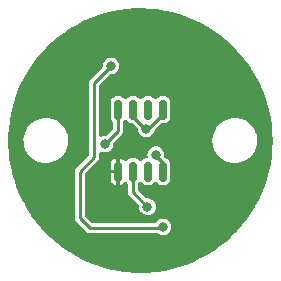
<source format=gbr>
%TF.GenerationSoftware,KiCad,Pcbnew,(5.99.0-11535-gf6cac49802)*%
%TF.CreationDate,2021-07-27T22:48:24-05:00*%
%TF.ProjectId,MT6816CT encoder breakout,4d543638-3136-4435-9420-656e636f6465,rev?*%
%TF.SameCoordinates,Original*%
%TF.FileFunction,Copper,L2,Bot*%
%TF.FilePolarity,Positive*%
%FSLAX46Y46*%
G04 Gerber Fmt 4.6, Leading zero omitted, Abs format (unit mm)*
G04 Created by KiCad (PCBNEW (5.99.0-11535-gf6cac49802)) date 2021-07-27 22:48:24*
%MOMM*%
%LPD*%
G01*
G04 APERTURE LIST*
G04 Aperture macros list*
%AMRoundRect*
0 Rectangle with rounded corners*
0 $1 Rounding radius*
0 $2 $3 $4 $5 $6 $7 $8 $9 X,Y pos of 4 corners*
0 Add a 4 corners polygon primitive as box body*
4,1,4,$2,$3,$4,$5,$6,$7,$8,$9,$2,$3,0*
0 Add four circle primitives for the rounded corners*
1,1,$1+$1,$2,$3*
1,1,$1+$1,$4,$5*
1,1,$1+$1,$6,$7*
1,1,$1+$1,$8,$9*
0 Add four rect primitives between the rounded corners*
20,1,$1+$1,$2,$3,$4,$5,0*
20,1,$1+$1,$4,$5,$6,$7,0*
20,1,$1+$1,$6,$7,$8,$9,0*
20,1,$1+$1,$8,$9,$2,$3,0*%
G04 Aperture macros list end*
%TA.AperFunction,SMDPad,CuDef*%
%ADD10RoundRect,0.150000X-0.150000X0.675000X-0.150000X-0.675000X0.150000X-0.675000X0.150000X0.675000X0*%
%TD*%
%TA.AperFunction,ViaPad*%
%ADD11C,0.800000*%
%TD*%
%TA.AperFunction,Conductor*%
%ADD12C,0.250000*%
%TD*%
G04 APERTURE END LIST*
D10*
%TO.P,U2,8,GND*%
%TO.N,GND*%
X136595000Y-85625000D03*
%TO.P,U2,7,SCK/Z/W*%
%TO.N,/H1{slash}SCK*%
X137865000Y-85625000D03*
%TO.P,U2,6,MISO/B/V*%
%TO.N,unconnected-(U2-Pad6)*%
X139135000Y-85625000D03*
%TO.P,U2,5,MOSI/SDAT/A/U*%
%TO.N,/SDAT_R*%
X140405000Y-85625000D03*
%TO.P,U2,4,VDD*%
%TO.N,+5V*%
X140405000Y-80375000D03*
%TO.P,U2,3,PWM_OUT*%
%TO.N,unconnected-(U2-Pad3)*%
X139135000Y-80375000D03*
%TO.P,U2,2,HVPP/SPI_EN*%
%TO.N,+5V*%
X137865000Y-80375000D03*
%TO.P,U2,1,CSN*%
%TO.N,/H3{slash}CS*%
X136595000Y-80375000D03*
%TD*%
D11*
%TO.N,/SDAT_R*%
X139800000Y-84200000D03*
%TO.N,/H1{slash}SCK*%
X139100000Y-88600000D03*
%TO.N,/Temp*%
X136000000Y-76700000D03*
%TO.N,+5V*%
X139000000Y-82000000D03*
%TO.N,GND*%
X136500000Y-84000000D03*
%TO.N,/H3{slash}CS*%
X135500000Y-83300000D03*
%TO.N,GND*%
X141000000Y-84100000D03*
X134700000Y-85600000D03*
%TO.N,/Temp*%
X140400000Y-90300000D03*
%TD*%
D12*
%TO.N,/Temp*%
X134200000Y-90400000D02*
X140300000Y-90400000D01*
X133375000Y-89575000D02*
X134200000Y-90400000D01*
X134600000Y-78100000D02*
X134600000Y-84400000D01*
X133375000Y-85625000D02*
X133375000Y-89575000D01*
X136000000Y-76700000D02*
X134600000Y-78100000D01*
X134600000Y-84400000D02*
X133375000Y-85625000D01*
X140300000Y-90400000D02*
X140400000Y-90300000D01*
%TO.N,/H1{slash}SCK*%
X137865000Y-87365000D02*
X139100000Y-88600000D01*
X137865000Y-85625000D02*
X137865000Y-87365000D01*
%TO.N,GND*%
X141000000Y-83700000D02*
X141000000Y-84100000D01*
X138500000Y-84000000D02*
X139200000Y-83300000D01*
X140600000Y-83300000D02*
X141000000Y-83700000D01*
X136500000Y-84000000D02*
X138500000Y-84000000D01*
X139200000Y-83300000D02*
X140600000Y-83300000D01*
%TO.N,/SDAT_R*%
X140405000Y-84905000D02*
X139800000Y-84300000D01*
X140405000Y-85625000D02*
X140405000Y-84905000D01*
X139800000Y-84300000D02*
X139800000Y-84200000D01*
%TO.N,GND*%
X136570000Y-85600000D02*
X136595000Y-85625000D01*
X134700000Y-85600000D02*
X136570000Y-85600000D01*
%TO.N,/H3{slash}CS*%
X136595000Y-80375000D02*
X136595000Y-82205000D01*
X136595000Y-82205000D02*
X135500000Y-83300000D01*
%TO.N,+5V*%
X137865000Y-80965000D02*
X138900000Y-82000000D01*
X138900000Y-82000000D02*
X139000000Y-82000000D01*
X137865000Y-80375000D02*
X137865000Y-80965000D01*
X139152500Y-82000000D02*
X139000000Y-82000000D01*
X140405000Y-80747500D02*
X139152500Y-82000000D01*
X140405000Y-80375000D02*
X140405000Y-80747500D01*
%TO.N,GND*%
X136595000Y-84095000D02*
X136500000Y-84000000D01*
X136595000Y-85625000D02*
X136595000Y-84095000D01*
%TD*%
%TA.AperFunction,Conductor*%
%TO.N,GND*%
G36*
X138679531Y-71801543D02*
G01*
X139316640Y-71829916D01*
X139323866Y-71830447D01*
X139958287Y-71895449D01*
X139965468Y-71896394D01*
X140220218Y-71937426D01*
X140595093Y-71997807D01*
X140602220Y-71999167D01*
X141224946Y-72136651D01*
X141231983Y-72138419D01*
X141641156Y-72253817D01*
X141845770Y-72311525D01*
X141852676Y-72313689D01*
X142420842Y-72509879D01*
X142455478Y-72521839D01*
X142462265Y-72524403D01*
X143052101Y-72766914D01*
X143058729Y-72769866D01*
X143633611Y-73045920D01*
X143640042Y-73049239D01*
X144198098Y-73357937D01*
X144204302Y-73361606D01*
X144743690Y-73701935D01*
X144749695Y-73705970D01*
X145268554Y-74076753D01*
X145274334Y-74081140D01*
X145771002Y-74481185D01*
X145776519Y-74485898D01*
X146249303Y-74913840D01*
X146254541Y-74918862D01*
X146701934Y-75373340D01*
X146706873Y-75378655D01*
X147127357Y-75858125D01*
X147131982Y-75863716D01*
X147307832Y-76089198D01*
X147524132Y-76366547D01*
X147524163Y-76366587D01*
X147528453Y-76372427D01*
X147891059Y-76897076D01*
X147894991Y-76903130D01*
X148058465Y-77171470D01*
X148226782Y-77447759D01*
X148230377Y-77454061D01*
X148521463Y-78000362D01*
X148530270Y-78016891D01*
X148533491Y-78023380D01*
X148692576Y-78368463D01*
X148800480Y-78602524D01*
X148803323Y-78609188D01*
X148957346Y-79001201D01*
X149036537Y-79202755D01*
X149038995Y-79209582D01*
X149237649Y-79815575D01*
X149239710Y-79822532D01*
X149403154Y-80438963D01*
X149404811Y-80446028D01*
X149532499Y-81070847D01*
X149533746Y-81077995D01*
X149625254Y-81709112D01*
X149626088Y-81716320D01*
X149681114Y-82351662D01*
X149681532Y-82358906D01*
X149699943Y-82998015D01*
X149699995Y-83001975D01*
X149699851Y-83056681D01*
X149699778Y-83060636D01*
X149678022Y-83699633D01*
X149677566Y-83706875D01*
X149619215Y-84341905D01*
X149618344Y-84349109D01*
X149523530Y-84979762D01*
X149522245Y-84986903D01*
X149391288Y-85611036D01*
X149389594Y-85618092D01*
X149222927Y-86233651D01*
X149220830Y-86240597D01*
X149019002Y-86845553D01*
X149016508Y-86852367D01*
X148781339Y-87441824D01*
X148780195Y-87444691D01*
X148777325Y-87451323D01*
X148507293Y-88029092D01*
X148504042Y-88035557D01*
X148239554Y-88525740D01*
X148201209Y-88596805D01*
X148197581Y-88603089D01*
X147862941Y-89145975D01*
X147858957Y-89152039D01*
X147493641Y-89674735D01*
X147489315Y-89680561D01*
X147094496Y-90181387D01*
X147089842Y-90186952D01*
X146666845Y-90664225D01*
X146661895Y-90669495D01*
X146518670Y-90813472D01*
X146212136Y-91121614D01*
X146206873Y-91126609D01*
X145731826Y-91552098D01*
X145726291Y-91556775D01*
X145227546Y-91954206D01*
X145221743Y-91958563D01*
X144700949Y-92326623D01*
X144694906Y-92330638D01*
X144153789Y-92668109D01*
X144147524Y-92671770D01*
X143587871Y-92977537D01*
X143581413Y-92980827D01*
X143005082Y-93253873D01*
X142998466Y-93256777D01*
X142514136Y-93452951D01*
X142407367Y-93496197D01*
X142400575Y-93498723D01*
X141796674Y-93703720D01*
X141789775Y-93705843D01*
X141175064Y-93875740D01*
X141168040Y-93877465D01*
X140544582Y-94011692D01*
X140537449Y-94013014D01*
X139907302Y-94111129D01*
X139900120Y-94112036D01*
X139504875Y-94150442D01*
X139265392Y-94173712D01*
X139258153Y-94174206D01*
X138620911Y-94199243D01*
X138613655Y-94199319D01*
X137976034Y-94187633D01*
X137968786Y-94187291D01*
X137502516Y-94151823D01*
X137332901Y-94138920D01*
X137325698Y-94138164D01*
X137124414Y-94111128D01*
X136693629Y-94053266D01*
X136686468Y-94052093D01*
X136260937Y-93969764D01*
X136060348Y-93930955D01*
X136053282Y-93929376D01*
X135435167Y-93772394D01*
X135428205Y-93770411D01*
X134820153Y-93578109D01*
X134813304Y-93575724D01*
X134662602Y-93518327D01*
X134217336Y-93348742D01*
X134210632Y-93345965D01*
X133628726Y-93085056D01*
X133622193Y-93081898D01*
X133056252Y-92787915D01*
X133049932Y-92784398D01*
X132501855Y-92458326D01*
X132495729Y-92454438D01*
X132215086Y-92264786D01*
X131967347Y-92097370D01*
X131961459Y-92093139D01*
X131782378Y-91956468D01*
X131454497Y-91706237D01*
X131448862Y-91701674D01*
X130965010Y-91286229D01*
X130959643Y-91281345D01*
X130551348Y-90887747D01*
X130500519Y-90838748D01*
X130495446Y-90833568D01*
X130485155Y-90822435D01*
X130062545Y-90365258D01*
X130057783Y-90359800D01*
X129652562Y-89867351D01*
X129648123Y-89861628D01*
X129271929Y-89346680D01*
X129267819Y-89340701D01*
X128921888Y-88804951D01*
X128918129Y-88798744D01*
X128892528Y-88753586D01*
X128603606Y-88243955D01*
X128600216Y-88237552D01*
X128500605Y-88035559D01*
X128415165Y-87862304D01*
X128318159Y-87665595D01*
X128315139Y-87658998D01*
X128066473Y-87071756D01*
X128063837Y-87064995D01*
X127986709Y-86848989D01*
X127849391Y-86464419D01*
X127847150Y-86457523D01*
X127667621Y-85845564D01*
X127665780Y-85838546D01*
X127600662Y-85557607D01*
X132949500Y-85557607D01*
X132949500Y-89642393D01*
X132956914Y-89665210D01*
X132961528Y-89684429D01*
X132965281Y-89708126D01*
X132969784Y-89716963D01*
X132969784Y-89716964D01*
X132976172Y-89729502D01*
X132983736Y-89747763D01*
X132988085Y-89761147D01*
X132988087Y-89761150D01*
X132991151Y-89770581D01*
X132996980Y-89778604D01*
X133005253Y-89789991D01*
X133015577Y-89806837D01*
X133026472Y-89828220D01*
X133050446Y-89852194D01*
X133851471Y-90653218D01*
X133851472Y-90653220D01*
X133946780Y-90748528D01*
X133968159Y-90759421D01*
X133985012Y-90769749D01*
X133995865Y-90777634D01*
X134004419Y-90783849D01*
X134013850Y-90786913D01*
X134013851Y-90786914D01*
X134027237Y-90791264D01*
X134045498Y-90798828D01*
X134058036Y-90805216D01*
X134066874Y-90809719D01*
X134090571Y-90813472D01*
X134109790Y-90818086D01*
X134132607Y-90825500D01*
X139887878Y-90825500D01*
X139955999Y-90845502D01*
X139972670Y-90858300D01*
X139991233Y-90875191D01*
X140020643Y-90891159D01*
X140133558Y-90952467D01*
X140133560Y-90952468D01*
X140140235Y-90956092D01*
X140147584Y-90958020D01*
X140296883Y-90997188D01*
X140296885Y-90997188D01*
X140304233Y-90999116D01*
X140390609Y-91000473D01*
X140466161Y-91001660D01*
X140466164Y-91001660D01*
X140473760Y-91001779D01*
X140481165Y-91000083D01*
X140481166Y-91000083D01*
X140541586Y-90986245D01*
X140639029Y-90963928D01*
X140790498Y-90887747D01*
X140899879Y-90794326D01*
X140913651Y-90782564D01*
X140913652Y-90782563D01*
X140919423Y-90777634D01*
X141018361Y-90639947D01*
X141081601Y-90482634D01*
X141105490Y-90314778D01*
X141105645Y-90300000D01*
X141085276Y-90131680D01*
X141025345Y-89973077D01*
X140929312Y-89833349D01*
X140923641Y-89828296D01*
X140808392Y-89725612D01*
X140808388Y-89725610D01*
X140802721Y-89720560D01*
X140795930Y-89716964D01*
X140715989Y-89674638D01*
X140652881Y-89641224D01*
X140488441Y-89599919D01*
X140480843Y-89599879D01*
X140480841Y-89599879D01*
X140403668Y-89599475D01*
X140318895Y-89599031D01*
X140311508Y-89600805D01*
X140311504Y-89600805D01*
X140179598Y-89632474D01*
X140154032Y-89638612D01*
X140147288Y-89642093D01*
X140147285Y-89642094D01*
X140019351Y-89708126D01*
X140003369Y-89716375D01*
X139875604Y-89827831D01*
X139851851Y-89861628D01*
X139810158Y-89920951D01*
X139754623Y-89965182D01*
X139707071Y-89974500D01*
X134428438Y-89974500D01*
X134360317Y-89954498D01*
X134339342Y-89937595D01*
X133837404Y-89435656D01*
X133803379Y-89373344D01*
X133800500Y-89346561D01*
X133800500Y-85853438D01*
X133819553Y-85788548D01*
X135995001Y-85788548D01*
X135995001Y-86350804D01*
X135995280Y-86356725D01*
X135997256Y-86377631D01*
X136000521Y-86392516D01*
X136039694Y-86504064D01*
X136048406Y-86520520D01*
X136117616Y-86614221D01*
X136130779Y-86627384D01*
X136224480Y-86696594D01*
X136240936Y-86705306D01*
X136352479Y-86744477D01*
X136367373Y-86747745D01*
X136388281Y-86749721D01*
X136394192Y-86750000D01*
X136426885Y-86750000D01*
X136442124Y-86745525D01*
X136443329Y-86744135D01*
X136445000Y-86736452D01*
X136445000Y-85793115D01*
X136440525Y-85777876D01*
X136439135Y-85776671D01*
X136431452Y-85775000D01*
X136013116Y-85775000D01*
X135997877Y-85779475D01*
X135996672Y-85780865D01*
X135995001Y-85788548D01*
X133819553Y-85788548D01*
X133820502Y-85785317D01*
X133837405Y-85764343D01*
X134702556Y-84899192D01*
X135995000Y-84899192D01*
X135995000Y-85456885D01*
X135999475Y-85472124D01*
X136000865Y-85473329D01*
X136008548Y-85475000D01*
X136426885Y-85475000D01*
X136442124Y-85470525D01*
X136443329Y-85469135D01*
X136445000Y-85461452D01*
X136445000Y-84518116D01*
X136443659Y-84513548D01*
X136745000Y-84513548D01*
X136745000Y-86731884D01*
X136749475Y-86747123D01*
X136750865Y-86748328D01*
X136758548Y-86749999D01*
X136795804Y-86749999D01*
X136801725Y-86749720D01*
X136822631Y-86747744D01*
X136837516Y-86744479D01*
X136949064Y-86705306D01*
X136965520Y-86696594D01*
X137059221Y-86627384D01*
X137072384Y-86614221D01*
X137128338Y-86538466D01*
X137184899Y-86495556D01*
X137255681Y-86490036D01*
X137318210Y-86523660D01*
X137331040Y-86538467D01*
X137387255Y-86614576D01*
X137387258Y-86614579D01*
X137392850Y-86622150D01*
X137400421Y-86627742D01*
X137402595Y-86629916D01*
X137436621Y-86692228D01*
X137439500Y-86719011D01*
X137439500Y-87432393D01*
X137446914Y-87455210D01*
X137451528Y-87474429D01*
X137455281Y-87498126D01*
X137459784Y-87506963D01*
X137459784Y-87506964D01*
X137466172Y-87519502D01*
X137473736Y-87537763D01*
X137478085Y-87551147D01*
X137478087Y-87551150D01*
X137481151Y-87560581D01*
X137486980Y-87568604D01*
X137495253Y-87579991D01*
X137505577Y-87596837D01*
X137516472Y-87618220D01*
X138361680Y-88463428D01*
X138395706Y-88525740D01*
X138397507Y-88568967D01*
X138394394Y-88592611D01*
X138412999Y-88761135D01*
X138471266Y-88920356D01*
X138475502Y-88926659D01*
X138475502Y-88926660D01*
X138488574Y-88946113D01*
X138565830Y-89061083D01*
X138571442Y-89066190D01*
X138571445Y-89066193D01*
X138685612Y-89170077D01*
X138685616Y-89170080D01*
X138691233Y-89175191D01*
X138697906Y-89178814D01*
X138697910Y-89178817D01*
X138833558Y-89252467D01*
X138833560Y-89252468D01*
X138840235Y-89256092D01*
X138847584Y-89258020D01*
X138996883Y-89297188D01*
X138996885Y-89297188D01*
X139004233Y-89299116D01*
X139090609Y-89300473D01*
X139166161Y-89301660D01*
X139166164Y-89301660D01*
X139173760Y-89301779D01*
X139181165Y-89300083D01*
X139181166Y-89300083D01*
X139241586Y-89286245D01*
X139339029Y-89263928D01*
X139490498Y-89187747D01*
X139619423Y-89077634D01*
X139718361Y-88939947D01*
X139726237Y-88920356D01*
X139778766Y-88789687D01*
X139778767Y-88789685D01*
X139781601Y-88782634D01*
X139805490Y-88614778D01*
X139805645Y-88600000D01*
X139785276Y-88431680D01*
X139725345Y-88273077D01*
X139629312Y-88133349D01*
X139623641Y-88128296D01*
X139508392Y-88025612D01*
X139508388Y-88025610D01*
X139502721Y-88020560D01*
X139352881Y-87941224D01*
X139188441Y-87899919D01*
X139180843Y-87899879D01*
X139180841Y-87899879D01*
X139083216Y-87899368D01*
X139052487Y-87899207D01*
X138984472Y-87878849D01*
X138964052Y-87862304D01*
X138327405Y-87225657D01*
X138293379Y-87163345D01*
X138290500Y-87136562D01*
X138290500Y-86719011D01*
X138310502Y-86650890D01*
X138327405Y-86629916D01*
X138329579Y-86627742D01*
X138337150Y-86622150D01*
X138342742Y-86614579D01*
X138342745Y-86614576D01*
X138398649Y-86538888D01*
X138455210Y-86495977D01*
X138525992Y-86490457D01*
X138588521Y-86524081D01*
X138601351Y-86538888D01*
X138657255Y-86614576D01*
X138657258Y-86614579D01*
X138662850Y-86622150D01*
X138670421Y-86627742D01*
X138764243Y-86697041D01*
X138764246Y-86697042D01*
X138771816Y-86702634D01*
X138899631Y-86747519D01*
X138907277Y-86748242D01*
X138907278Y-86748242D01*
X138913248Y-86748806D01*
X138931166Y-86750500D01*
X139338834Y-86750500D01*
X139356752Y-86748806D01*
X139362722Y-86748242D01*
X139362723Y-86748242D01*
X139370369Y-86747519D01*
X139498184Y-86702634D01*
X139505754Y-86697042D01*
X139505757Y-86697041D01*
X139599579Y-86627742D01*
X139607150Y-86622150D01*
X139612742Y-86614579D01*
X139612745Y-86614576D01*
X139668649Y-86538888D01*
X139725210Y-86495977D01*
X139795992Y-86490457D01*
X139858521Y-86524081D01*
X139871351Y-86538888D01*
X139927255Y-86614576D01*
X139927258Y-86614579D01*
X139932850Y-86622150D01*
X139940421Y-86627742D01*
X140034243Y-86697041D01*
X140034246Y-86697042D01*
X140041816Y-86702634D01*
X140169631Y-86747519D01*
X140177277Y-86748242D01*
X140177278Y-86748242D01*
X140183248Y-86748806D01*
X140201166Y-86750500D01*
X140608834Y-86750500D01*
X140626752Y-86748806D01*
X140632722Y-86748242D01*
X140632723Y-86748242D01*
X140640369Y-86747519D01*
X140768184Y-86702634D01*
X140775754Y-86697042D01*
X140775757Y-86697041D01*
X140869579Y-86627742D01*
X140877150Y-86622150D01*
X140938960Y-86538467D01*
X140952041Y-86520757D01*
X140952042Y-86520754D01*
X140957634Y-86513184D01*
X141002519Y-86385369D01*
X141003251Y-86377631D01*
X141005221Y-86356782D01*
X141005500Y-86353834D01*
X141005500Y-84896166D01*
X141002519Y-84864631D01*
X140957634Y-84736816D01*
X140952042Y-84729246D01*
X140952041Y-84729243D01*
X140882742Y-84635421D01*
X140877150Y-84627850D01*
X140814620Y-84581664D01*
X140775757Y-84552959D01*
X140775754Y-84552958D01*
X140768184Y-84547366D01*
X140660160Y-84509431D01*
X140647608Y-84505023D01*
X140647607Y-84505023D01*
X140640369Y-84502481D01*
X140632731Y-84501759D01*
X140631309Y-84501447D01*
X140569217Y-84467470D01*
X140526466Y-84424719D01*
X140492440Y-84362407D01*
X140490818Y-84317871D01*
X140504909Y-84218863D01*
X140504909Y-84218857D01*
X140505490Y-84214778D01*
X140505645Y-84200000D01*
X140503840Y-84185080D01*
X140495499Y-84116162D01*
X140485276Y-84031680D01*
X140445558Y-83926570D01*
X140428029Y-83880180D01*
X140425345Y-83873077D01*
X140363137Y-83782564D01*
X140333614Y-83739608D01*
X140333613Y-83739607D01*
X140329312Y-83733349D01*
X140323119Y-83727831D01*
X140208392Y-83625612D01*
X140208388Y-83625610D01*
X140202721Y-83620560D01*
X140052881Y-83541224D01*
X139888441Y-83499919D01*
X139880843Y-83499879D01*
X139880841Y-83499879D01*
X139803668Y-83499475D01*
X139718895Y-83499031D01*
X139711508Y-83500805D01*
X139711504Y-83500805D01*
X139568162Y-83535220D01*
X139554032Y-83538612D01*
X139547288Y-83542093D01*
X139547285Y-83542094D01*
X139542089Y-83544776D01*
X139403369Y-83616375D01*
X139397647Y-83621367D01*
X139397645Y-83621368D01*
X139365399Y-83649498D01*
X139275604Y-83727831D01*
X139178113Y-83866547D01*
X139116524Y-84024513D01*
X139094394Y-84192611D01*
X139112838Y-84359673D01*
X139100432Y-84429578D01*
X139052202Y-84481678D01*
X138987599Y-84499500D01*
X138931166Y-84499500D01*
X138913248Y-84501194D01*
X138907278Y-84501758D01*
X138907277Y-84501758D01*
X138899631Y-84502481D01*
X138771816Y-84547366D01*
X138764246Y-84552958D01*
X138764243Y-84552959D01*
X138725380Y-84581664D01*
X138662850Y-84627850D01*
X138657258Y-84635421D01*
X138657255Y-84635424D01*
X138601351Y-84711112D01*
X138544790Y-84754023D01*
X138474008Y-84759543D01*
X138411479Y-84725919D01*
X138398649Y-84711112D01*
X138342745Y-84635424D01*
X138342742Y-84635421D01*
X138337150Y-84627850D01*
X138274620Y-84581664D01*
X138235757Y-84552959D01*
X138235754Y-84552958D01*
X138228184Y-84547366D01*
X138100369Y-84502481D01*
X138092723Y-84501758D01*
X138092722Y-84501758D01*
X138086752Y-84501194D01*
X138068834Y-84499500D01*
X137661166Y-84499500D01*
X137643248Y-84501194D01*
X137637278Y-84501758D01*
X137637277Y-84501758D01*
X137629631Y-84502481D01*
X137501816Y-84547366D01*
X137494246Y-84552958D01*
X137494243Y-84552959D01*
X137455380Y-84581664D01*
X137392850Y-84627850D01*
X137387258Y-84635421D01*
X137387255Y-84635424D01*
X137331040Y-84711533D01*
X137274479Y-84754444D01*
X137203697Y-84759964D01*
X137141168Y-84726340D01*
X137128338Y-84711534D01*
X137072384Y-84635779D01*
X137059221Y-84622616D01*
X136965520Y-84553406D01*
X136949064Y-84544694D01*
X136837521Y-84505523D01*
X136822627Y-84502255D01*
X136801719Y-84500279D01*
X136795808Y-84500000D01*
X136763115Y-84500000D01*
X136747876Y-84504475D01*
X136746671Y-84505865D01*
X136745000Y-84513548D01*
X136443659Y-84513548D01*
X136440525Y-84502877D01*
X136439135Y-84501672D01*
X136431452Y-84500001D01*
X136394196Y-84500001D01*
X136388275Y-84500280D01*
X136367369Y-84502256D01*
X136352484Y-84505521D01*
X136240936Y-84544694D01*
X136224480Y-84553406D01*
X136130779Y-84622616D01*
X136117616Y-84635779D01*
X136048406Y-84729480D01*
X136039694Y-84745936D01*
X136000523Y-84857479D01*
X135997255Y-84872373D01*
X135995279Y-84893281D01*
X135995000Y-84899192D01*
X134702556Y-84899192D01*
X134948528Y-84653220D01*
X134959419Y-84631844D01*
X134969749Y-84614989D01*
X134978021Y-84603604D01*
X134978021Y-84603603D01*
X134983850Y-84595581D01*
X134991264Y-84572763D01*
X134998827Y-84554502D01*
X135009719Y-84533126D01*
X135011270Y-84523335D01*
X135011272Y-84523328D01*
X135013473Y-84509431D01*
X135018087Y-84490212D01*
X135022436Y-84476827D01*
X135022437Y-84476820D01*
X135025500Y-84467393D01*
X135025500Y-84051288D01*
X135045502Y-83983167D01*
X135099158Y-83936674D01*
X135169432Y-83926570D01*
X135211620Y-83940556D01*
X135233556Y-83952466D01*
X135233559Y-83952467D01*
X135240235Y-83956092D01*
X135247584Y-83958020D01*
X135396883Y-83997188D01*
X135396885Y-83997188D01*
X135404233Y-83999116D01*
X135490609Y-84000473D01*
X135566161Y-84001660D01*
X135566164Y-84001660D01*
X135573760Y-84001779D01*
X135581165Y-84000083D01*
X135581166Y-84000083D01*
X135641586Y-83986245D01*
X135739029Y-83963928D01*
X135890498Y-83887747D01*
X136019423Y-83777634D01*
X136118361Y-83639947D01*
X136159811Y-83536839D01*
X136178766Y-83489687D01*
X136178767Y-83489685D01*
X136181601Y-83482634D01*
X136188877Y-83431511D01*
X136204909Y-83318862D01*
X136204909Y-83318859D01*
X136205490Y-83314778D01*
X136205645Y-83300000D01*
X136201796Y-83268192D01*
X136213469Y-83198162D01*
X136237788Y-83163960D01*
X136461597Y-82940151D01*
X144595585Y-82940151D01*
X144595760Y-82944602D01*
X144602763Y-83122820D01*
X144606152Y-83209083D01*
X144654505Y-83473843D01*
X144739682Y-83729148D01*
X144741674Y-83733135D01*
X144741675Y-83733137D01*
X144855290Y-83960516D01*
X144859981Y-83969905D01*
X145013003Y-84191309D01*
X145034698Y-84214778D01*
X145192679Y-84385682D01*
X145192684Y-84385687D01*
X145195695Y-84388944D01*
X145404411Y-84558866D01*
X145408229Y-84561165D01*
X145408231Y-84561166D01*
X145572788Y-84660237D01*
X145634987Y-84697684D01*
X145639082Y-84699418D01*
X145639084Y-84699419D01*
X145878721Y-84800892D01*
X145878728Y-84800894D01*
X145882822Y-84802628D01*
X145978710Y-84828052D01*
X146138675Y-84870467D01*
X146138680Y-84870468D01*
X146142972Y-84871606D01*
X146147381Y-84872128D01*
X146147387Y-84872129D01*
X146296289Y-84889752D01*
X146410245Y-84903240D01*
X146679310Y-84896899D01*
X146701047Y-84893281D01*
X146940406Y-84853441D01*
X146940410Y-84853440D01*
X146944796Y-84852710D01*
X146949037Y-84851369D01*
X146949040Y-84851368D01*
X147197162Y-84772897D01*
X147197164Y-84772896D01*
X147201408Y-84771554D01*
X147205419Y-84769628D01*
X147205424Y-84769626D01*
X147440006Y-84656981D01*
X147440007Y-84656980D01*
X147444025Y-84655051D01*
X147447731Y-84652575D01*
X147664098Y-84508004D01*
X147664102Y-84508001D01*
X147667806Y-84505526D01*
X147671123Y-84502555D01*
X147671127Y-84502552D01*
X147864970Y-84328931D01*
X147868286Y-84325961D01*
X147923180Y-84260657D01*
X148038601Y-84123348D01*
X148038606Y-84123342D01*
X148041465Y-84119940D01*
X148183887Y-83891572D01*
X148188924Y-83880180D01*
X148236984Y-83771470D01*
X148292712Y-83645416D01*
X148365767Y-83386382D01*
X148376814Y-83304134D01*
X148401168Y-83122820D01*
X148401169Y-83122812D01*
X148401595Y-83119638D01*
X148401696Y-83116427D01*
X148405254Y-83003222D01*
X148405254Y-83003217D01*
X148405355Y-83000000D01*
X148386347Y-82731533D01*
X148379916Y-82701660D01*
X148342694Y-82528778D01*
X148329700Y-82468423D01*
X148310188Y-82415531D01*
X148238090Y-82220101D01*
X148238089Y-82220099D01*
X148236547Y-82215919D01*
X148205249Y-82157913D01*
X148110857Y-81982976D01*
X148108744Y-81979060D01*
X147948843Y-81762571D01*
X147760034Y-81570772D01*
X147694165Y-81520502D01*
X147597907Y-81447041D01*
X147546083Y-81407490D01*
X147492964Y-81377742D01*
X147315147Y-81278159D01*
X147315144Y-81278158D01*
X147311261Y-81275983D01*
X147307122Y-81274382D01*
X147307114Y-81274378D01*
X147121566Y-81202596D01*
X147060251Y-81178875D01*
X147055926Y-81177872D01*
X147055921Y-81177871D01*
X146903819Y-81142616D01*
X146798063Y-81118103D01*
X146529928Y-81094880D01*
X146525493Y-81095124D01*
X146525489Y-81095124D01*
X146421065Y-81100871D01*
X146261196Y-81109669D01*
X146256833Y-81110537D01*
X146256832Y-81110537D01*
X146001596Y-81161307D01*
X146001594Y-81161308D01*
X145997228Y-81162176D01*
X145743292Y-81251352D01*
X145504455Y-81375418D01*
X145500840Y-81378001D01*
X145500834Y-81378005D01*
X145455793Y-81410192D01*
X145285481Y-81531899D01*
X145282254Y-81534977D01*
X145282252Y-81534979D01*
X145095948Y-81712704D01*
X145090740Y-81717672D01*
X144924118Y-81929032D01*
X144866196Y-82028752D01*
X144791173Y-82157913D01*
X144791170Y-82157919D01*
X144788939Y-82161760D01*
X144787269Y-82165883D01*
X144696028Y-82391147D01*
X144687900Y-82411213D01*
X144686829Y-82415526D01*
X144686827Y-82415531D01*
X144643239Y-82591006D01*
X144623017Y-82672414D01*
X144595585Y-82940151D01*
X136461597Y-82940151D01*
X136943528Y-82458220D01*
X136954423Y-82436837D01*
X136964747Y-82419991D01*
X136967987Y-82415531D01*
X136978849Y-82400581D01*
X136981913Y-82391150D01*
X136981915Y-82391147D01*
X136986264Y-82377763D01*
X136993828Y-82359502D01*
X137000216Y-82346964D01*
X137000216Y-82346963D01*
X137004719Y-82338126D01*
X137008472Y-82314429D01*
X137013086Y-82295210D01*
X137020500Y-82272393D01*
X137020500Y-81469011D01*
X137040502Y-81400890D01*
X137057405Y-81379916D01*
X137059579Y-81377742D01*
X137067150Y-81372150D01*
X137072742Y-81364579D01*
X137072745Y-81364576D01*
X137128649Y-81288888D01*
X137185210Y-81245977D01*
X137255992Y-81240457D01*
X137318521Y-81274081D01*
X137331351Y-81288888D01*
X137387255Y-81364576D01*
X137387258Y-81364579D01*
X137392850Y-81372150D01*
X137400421Y-81377742D01*
X137494243Y-81447041D01*
X137494246Y-81447042D01*
X137501816Y-81452634D01*
X137629631Y-81497519D01*
X137637277Y-81498242D01*
X137637278Y-81498242D01*
X137643248Y-81498806D01*
X137661166Y-81500500D01*
X137746562Y-81500500D01*
X137814683Y-81520502D01*
X137835657Y-81537405D01*
X138263543Y-81965291D01*
X138297569Y-82027603D01*
X138299687Y-82040559D01*
X138301215Y-82054396D01*
X138312999Y-82161135D01*
X138371266Y-82320356D01*
X138375502Y-82326659D01*
X138375502Y-82326660D01*
X138388574Y-82346113D01*
X138465830Y-82461083D01*
X138471442Y-82466190D01*
X138471445Y-82466193D01*
X138585612Y-82570077D01*
X138585616Y-82570080D01*
X138591233Y-82575191D01*
X138597906Y-82578814D01*
X138597910Y-82578817D01*
X138733558Y-82652467D01*
X138733560Y-82652468D01*
X138740235Y-82656092D01*
X138747584Y-82658020D01*
X138896883Y-82697188D01*
X138896885Y-82697188D01*
X138904233Y-82699116D01*
X138990609Y-82700473D01*
X139066161Y-82701660D01*
X139066164Y-82701660D01*
X139073760Y-82701779D01*
X139081165Y-82700083D01*
X139081166Y-82700083D01*
X139182629Y-82676845D01*
X139239029Y-82663928D01*
X139390498Y-82587747D01*
X139519423Y-82477634D01*
X139618361Y-82339947D01*
X139629105Y-82313222D01*
X139678768Y-82189681D01*
X139681601Y-82182634D01*
X139693929Y-82096013D01*
X139723330Y-82031390D01*
X139729577Y-82024671D01*
X140216843Y-81537405D01*
X140279155Y-81503379D01*
X140305938Y-81500500D01*
X140608834Y-81500500D01*
X140626752Y-81498806D01*
X140632722Y-81498242D01*
X140632723Y-81498242D01*
X140640369Y-81497519D01*
X140768184Y-81452634D01*
X140775754Y-81447042D01*
X140775757Y-81447041D01*
X140869579Y-81377742D01*
X140877150Y-81372150D01*
X140938649Y-81288888D01*
X140952041Y-81270757D01*
X140952042Y-81270754D01*
X140957634Y-81263184D01*
X141002519Y-81135369D01*
X141005500Y-81103834D01*
X141005500Y-79646166D01*
X141002519Y-79614631D01*
X140957634Y-79486816D01*
X140952042Y-79479246D01*
X140952041Y-79479243D01*
X140882742Y-79385421D01*
X140877150Y-79377850D01*
X140860206Y-79365335D01*
X140775757Y-79302959D01*
X140775754Y-79302958D01*
X140768184Y-79297366D01*
X140640369Y-79252481D01*
X140632723Y-79251758D01*
X140632722Y-79251758D01*
X140626752Y-79251194D01*
X140608834Y-79249500D01*
X140201166Y-79249500D01*
X140183248Y-79251194D01*
X140177278Y-79251758D01*
X140177277Y-79251758D01*
X140169631Y-79252481D01*
X140041816Y-79297366D01*
X140034246Y-79302958D01*
X140034243Y-79302959D01*
X139949794Y-79365335D01*
X139932850Y-79377850D01*
X139927258Y-79385421D01*
X139927255Y-79385424D01*
X139871351Y-79461112D01*
X139814790Y-79504023D01*
X139744008Y-79509543D01*
X139681479Y-79475919D01*
X139668649Y-79461112D01*
X139612745Y-79385424D01*
X139612742Y-79385421D01*
X139607150Y-79377850D01*
X139590206Y-79365335D01*
X139505757Y-79302959D01*
X139505754Y-79302958D01*
X139498184Y-79297366D01*
X139370369Y-79252481D01*
X139362723Y-79251758D01*
X139362722Y-79251758D01*
X139356752Y-79251194D01*
X139338834Y-79249500D01*
X138931166Y-79249500D01*
X138913248Y-79251194D01*
X138907278Y-79251758D01*
X138907277Y-79251758D01*
X138899631Y-79252481D01*
X138771816Y-79297366D01*
X138764246Y-79302958D01*
X138764243Y-79302959D01*
X138679794Y-79365335D01*
X138662850Y-79377850D01*
X138657258Y-79385421D01*
X138657255Y-79385424D01*
X138601351Y-79461112D01*
X138544790Y-79504023D01*
X138474008Y-79509543D01*
X138411479Y-79475919D01*
X138398649Y-79461112D01*
X138342745Y-79385424D01*
X138342742Y-79385421D01*
X138337150Y-79377850D01*
X138320206Y-79365335D01*
X138235757Y-79302959D01*
X138235754Y-79302958D01*
X138228184Y-79297366D01*
X138100369Y-79252481D01*
X138092723Y-79251758D01*
X138092722Y-79251758D01*
X138086752Y-79251194D01*
X138068834Y-79249500D01*
X137661166Y-79249500D01*
X137643248Y-79251194D01*
X137637278Y-79251758D01*
X137637277Y-79251758D01*
X137629631Y-79252481D01*
X137501816Y-79297366D01*
X137494246Y-79302958D01*
X137494243Y-79302959D01*
X137409794Y-79365335D01*
X137392850Y-79377850D01*
X137387258Y-79385421D01*
X137387255Y-79385424D01*
X137331351Y-79461112D01*
X137274790Y-79504023D01*
X137204008Y-79509543D01*
X137141479Y-79475919D01*
X137128649Y-79461112D01*
X137072745Y-79385424D01*
X137072742Y-79385421D01*
X137067150Y-79377850D01*
X137050206Y-79365335D01*
X136965757Y-79302959D01*
X136965754Y-79302958D01*
X136958184Y-79297366D01*
X136830369Y-79252481D01*
X136822723Y-79251758D01*
X136822722Y-79251758D01*
X136816752Y-79251194D01*
X136798834Y-79249500D01*
X136391166Y-79249500D01*
X136373248Y-79251194D01*
X136367278Y-79251758D01*
X136367277Y-79251758D01*
X136359631Y-79252481D01*
X136231816Y-79297366D01*
X136224246Y-79302958D01*
X136224243Y-79302959D01*
X136139794Y-79365335D01*
X136122850Y-79377850D01*
X136117258Y-79385421D01*
X136047959Y-79479243D01*
X136047958Y-79479246D01*
X136042366Y-79486816D01*
X135997481Y-79614631D01*
X135994500Y-79646166D01*
X135994500Y-81103834D01*
X135997481Y-81135369D01*
X136042366Y-81263184D01*
X136047958Y-81270754D01*
X136047959Y-81270757D01*
X136061351Y-81288888D01*
X136122850Y-81372150D01*
X136130421Y-81377742D01*
X136132595Y-81379916D01*
X136166621Y-81442228D01*
X136169500Y-81469011D01*
X136169500Y-81976562D01*
X136149498Y-82044683D01*
X136132595Y-82065657D01*
X135635460Y-82562792D01*
X135573148Y-82596818D01*
X135545705Y-82599695D01*
X135490253Y-82599405D01*
X135418895Y-82599031D01*
X135411508Y-82600805D01*
X135411504Y-82600805D01*
X135268162Y-82635220D01*
X135254032Y-82638612D01*
X135247288Y-82642093D01*
X135247285Y-82642094D01*
X135209290Y-82661705D01*
X135139582Y-82675174D01*
X135073659Y-82648819D01*
X135032449Y-82591006D01*
X135025500Y-82549739D01*
X135025500Y-78328438D01*
X135045502Y-78260317D01*
X135062405Y-78239343D01*
X135864930Y-77436818D01*
X135927242Y-77402792D01*
X135956002Y-77399929D01*
X136000647Y-77400631D01*
X136066162Y-77401660D01*
X136066165Y-77401660D01*
X136073760Y-77401779D01*
X136081165Y-77400083D01*
X136081166Y-77400083D01*
X136141586Y-77386245D01*
X136239029Y-77363928D01*
X136390498Y-77287747D01*
X136519423Y-77177634D01*
X136618361Y-77039947D01*
X136681601Y-76882634D01*
X136692996Y-76802565D01*
X136704909Y-76718862D01*
X136704909Y-76718859D01*
X136705490Y-76714778D01*
X136705645Y-76700000D01*
X136703840Y-76685080D01*
X136686188Y-76539220D01*
X136685276Y-76531680D01*
X136625345Y-76373077D01*
X136529312Y-76233349D01*
X136517514Y-76222837D01*
X136408392Y-76125612D01*
X136408388Y-76125610D01*
X136402721Y-76120560D01*
X136252881Y-76041224D01*
X136088441Y-75999919D01*
X136080843Y-75999879D01*
X136080841Y-75999879D01*
X136003668Y-75999475D01*
X135918895Y-75999031D01*
X135911508Y-76000805D01*
X135911504Y-76000805D01*
X135768162Y-76035220D01*
X135754032Y-76038612D01*
X135747288Y-76042093D01*
X135747285Y-76042094D01*
X135742089Y-76044776D01*
X135603369Y-76116375D01*
X135475604Y-76227831D01*
X135378113Y-76366547D01*
X135316524Y-76524513D01*
X135315532Y-76532046D01*
X135315532Y-76532047D01*
X135310465Y-76570539D01*
X135294394Y-76692611D01*
X135295228Y-76700163D01*
X135298815Y-76732661D01*
X135286409Y-76802565D01*
X135262671Y-76835581D01*
X134251472Y-77846780D01*
X134240577Y-77868163D01*
X134230253Y-77885009D01*
X134216151Y-77904419D01*
X134213087Y-77913850D01*
X134213085Y-77913853D01*
X134208736Y-77927237D01*
X134201172Y-77945498D01*
X134190281Y-77966874D01*
X134188730Y-77976668D01*
X134186528Y-77990570D01*
X134181914Y-78009790D01*
X134174500Y-78032607D01*
X134174500Y-84171562D01*
X134154498Y-84239683D01*
X134137595Y-84260657D01*
X133026472Y-85371780D01*
X133015577Y-85393163D01*
X133005253Y-85410009D01*
X132991151Y-85429419D01*
X132988087Y-85438850D01*
X132988085Y-85438853D01*
X132983736Y-85452237D01*
X132976172Y-85470498D01*
X132969784Y-85483036D01*
X132965281Y-85491874D01*
X132963730Y-85501668D01*
X132961528Y-85515570D01*
X132956914Y-85534790D01*
X132949500Y-85557607D01*
X127600662Y-85557607D01*
X127521782Y-85217294D01*
X127520348Y-85210181D01*
X127465883Y-84893218D01*
X127412346Y-84581649D01*
X127411326Y-84574480D01*
X127407909Y-84544247D01*
X127339688Y-83940801D01*
X127339081Y-83933583D01*
X127336747Y-83891159D01*
X127317684Y-83544776D01*
X127304038Y-83296807D01*
X127303848Y-83289553D01*
X127304763Y-82940151D01*
X128595585Y-82940151D01*
X128595760Y-82944602D01*
X128602763Y-83122820D01*
X128606152Y-83209083D01*
X128654505Y-83473843D01*
X128739682Y-83729148D01*
X128741674Y-83733135D01*
X128741675Y-83733137D01*
X128855290Y-83960516D01*
X128859981Y-83969905D01*
X129013003Y-84191309D01*
X129034698Y-84214778D01*
X129192679Y-84385682D01*
X129192684Y-84385687D01*
X129195695Y-84388944D01*
X129404411Y-84558866D01*
X129408229Y-84561165D01*
X129408231Y-84561166D01*
X129572788Y-84660237D01*
X129634987Y-84697684D01*
X129639082Y-84699418D01*
X129639084Y-84699419D01*
X129878721Y-84800892D01*
X129878728Y-84800894D01*
X129882822Y-84802628D01*
X129978710Y-84828052D01*
X130138675Y-84870467D01*
X130138680Y-84870468D01*
X130142972Y-84871606D01*
X130147381Y-84872128D01*
X130147387Y-84872129D01*
X130296289Y-84889752D01*
X130410245Y-84903240D01*
X130679310Y-84896899D01*
X130701047Y-84893281D01*
X130940406Y-84853441D01*
X130940410Y-84853440D01*
X130944796Y-84852710D01*
X130949037Y-84851369D01*
X130949040Y-84851368D01*
X131197162Y-84772897D01*
X131197164Y-84772896D01*
X131201408Y-84771554D01*
X131205419Y-84769628D01*
X131205424Y-84769626D01*
X131440006Y-84656981D01*
X131440007Y-84656980D01*
X131444025Y-84655051D01*
X131447731Y-84652575D01*
X131664098Y-84508004D01*
X131664102Y-84508001D01*
X131667806Y-84505526D01*
X131671123Y-84502555D01*
X131671127Y-84502552D01*
X131864970Y-84328931D01*
X131868286Y-84325961D01*
X131923180Y-84260657D01*
X132038601Y-84123348D01*
X132038606Y-84123342D01*
X132041465Y-84119940D01*
X132183887Y-83891572D01*
X132188924Y-83880180D01*
X132236984Y-83771470D01*
X132292712Y-83645416D01*
X132365767Y-83386382D01*
X132376814Y-83304134D01*
X132401168Y-83122820D01*
X132401169Y-83122812D01*
X132401595Y-83119638D01*
X132401696Y-83116427D01*
X132405254Y-83003222D01*
X132405254Y-83003217D01*
X132405355Y-83000000D01*
X132386347Y-82731533D01*
X132379916Y-82701660D01*
X132342694Y-82528778D01*
X132329700Y-82468423D01*
X132310188Y-82415531D01*
X132238090Y-82220101D01*
X132238089Y-82220099D01*
X132236547Y-82215919D01*
X132205249Y-82157913D01*
X132110857Y-81982976D01*
X132108744Y-81979060D01*
X131948843Y-81762571D01*
X131760034Y-81570772D01*
X131694165Y-81520502D01*
X131597907Y-81447041D01*
X131546083Y-81407490D01*
X131492964Y-81377742D01*
X131315147Y-81278159D01*
X131315144Y-81278158D01*
X131311261Y-81275983D01*
X131307122Y-81274382D01*
X131307114Y-81274378D01*
X131121566Y-81202596D01*
X131060251Y-81178875D01*
X131055926Y-81177872D01*
X131055921Y-81177871D01*
X130903819Y-81142616D01*
X130798063Y-81118103D01*
X130529928Y-81094880D01*
X130525493Y-81095124D01*
X130525489Y-81095124D01*
X130421065Y-81100871D01*
X130261196Y-81109669D01*
X130256833Y-81110537D01*
X130256832Y-81110537D01*
X130001596Y-81161307D01*
X130001594Y-81161308D01*
X129997228Y-81162176D01*
X129743292Y-81251352D01*
X129504455Y-81375418D01*
X129500840Y-81378001D01*
X129500834Y-81378005D01*
X129455793Y-81410192D01*
X129285481Y-81531899D01*
X129282254Y-81534977D01*
X129282252Y-81534979D01*
X129095948Y-81712704D01*
X129090740Y-81717672D01*
X128924118Y-81929032D01*
X128866196Y-82028752D01*
X128791173Y-82157913D01*
X128791170Y-82157919D01*
X128788939Y-82161760D01*
X128787269Y-82165883D01*
X128696028Y-82391147D01*
X128687900Y-82411213D01*
X128686829Y-82415526D01*
X128686827Y-82415531D01*
X128643239Y-82591006D01*
X128623017Y-82672414D01*
X128595585Y-82940151D01*
X127304763Y-82940151D01*
X127305518Y-82651827D01*
X127305746Y-82644575D01*
X127341325Y-82054396D01*
X127344122Y-82007993D01*
X127344766Y-82000781D01*
X127345264Y-81996580D01*
X127419725Y-81367459D01*
X127420783Y-81360296D01*
X127532077Y-80732327D01*
X127533541Y-80725258D01*
X127680793Y-80104759D01*
X127682671Y-80097750D01*
X127865394Y-79486766D01*
X127867672Y-79479877D01*
X128085263Y-78880422D01*
X128087934Y-78873675D01*
X128339676Y-78287731D01*
X128342731Y-78281150D01*
X128627779Y-77710677D01*
X128631208Y-77704282D01*
X128948628Y-77151157D01*
X128952420Y-77144970D01*
X129301145Y-76611046D01*
X129305286Y-76605088D01*
X129684170Y-76092120D01*
X129688647Y-76086410D01*
X130096430Y-75596104D01*
X130101228Y-75590661D01*
X130536566Y-75124634D01*
X130541670Y-75119476D01*
X131003119Y-74679276D01*
X131008512Y-74674421D01*
X131494515Y-74261530D01*
X131500178Y-74256993D01*
X132009153Y-73872757D01*
X132015067Y-73868554D01*
X132421521Y-73596969D01*
X132545332Y-73514241D01*
X132551451Y-73510403D01*
X133101244Y-73187196D01*
X133107571Y-73183718D01*
X133675057Y-72892696D01*
X133681598Y-72889577D01*
X134264881Y-72631709D01*
X134271563Y-72628982D01*
X134589274Y-72509879D01*
X134868733Y-72405116D01*
X134875598Y-72402766D01*
X135484621Y-72213659D01*
X135491610Y-72211707D01*
X135811828Y-72132164D01*
X136110544Y-72057963D01*
X136117609Y-72056423D01*
X136744382Y-71938559D01*
X136751523Y-71937428D01*
X137177118Y-71882530D01*
X137384031Y-71855841D01*
X137391251Y-71855121D01*
X138027370Y-71810081D01*
X138034620Y-71809777D01*
X138344936Y-71805715D01*
X138672310Y-71801429D01*
X138679531Y-71801543D01*
G37*
%TD.AperFunction*%
%TD*%
M02*

</source>
